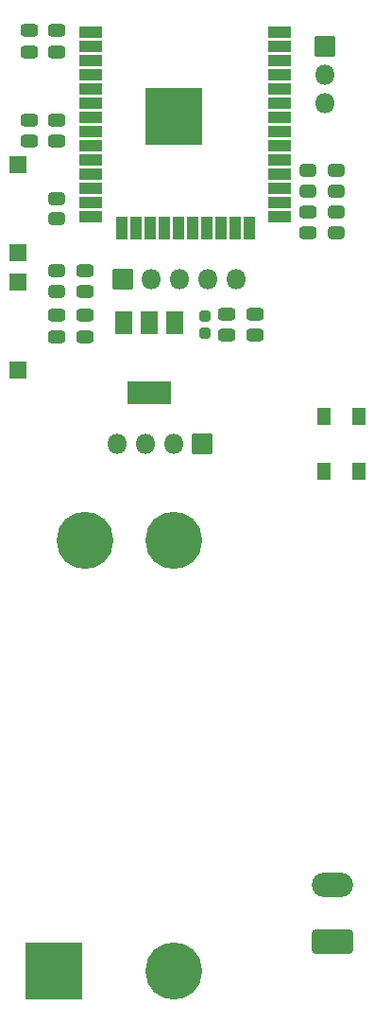
<source format=gbr>
G04 #@! TF.GenerationSoftware,KiCad,Pcbnew,(6.0.2)*
G04 #@! TF.CreationDate,2022-03-16T21:20:06+00:00*
G04 #@! TF.ProjectId,MrReflow,4d725265-666c-46f7-972e-6b696361645f,rev?*
G04 #@! TF.SameCoordinates,Original*
G04 #@! TF.FileFunction,Soldermask,Top*
G04 #@! TF.FilePolarity,Negative*
%FSLAX46Y46*%
G04 Gerber Fmt 4.6, Leading zero omitted, Abs format (unit mm)*
G04 Created by KiCad (PCBNEW (6.0.2)) date 2022-03-16 21:20:06*
%MOMM*%
%LPD*%
G01*
G04 APERTURE LIST*
G04 Aperture macros list*
%AMRoundRect*
0 Rectangle with rounded corners*
0 $1 Rounding radius*
0 $2 $3 $4 $5 $6 $7 $8 $9 X,Y pos of 4 corners*
0 Add a 4 corners polygon primitive as box body*
4,1,4,$2,$3,$4,$5,$6,$7,$8,$9,$2,$3,0*
0 Add four circle primitives for the rounded corners*
1,1,$1+$1,$2,$3*
1,1,$1+$1,$4,$5*
1,1,$1+$1,$6,$7*
1,1,$1+$1,$8,$9*
0 Add four rect primitives between the rounded corners*
20,1,$1+$1,$2,$3,$4,$5,0*
20,1,$1+$1,$4,$5,$6,$7,0*
20,1,$1+$1,$6,$7,$8,$9,0*
20,1,$1+$1,$8,$9,$2,$3,0*%
G04 Aperture macros list end*
%ADD10O,3.702000X2.182000*%
%ADD11RoundRect,0.300999X1.550001X-0.790001X1.550001X0.790001X-1.550001X0.790001X-1.550001X-0.790001X0*%
%ADD12RoundRect,0.051000X0.500000X-0.750000X0.500000X0.750000X-0.500000X0.750000X-0.500000X-0.750000X0*%
%ADD13RoundRect,0.301000X0.475000X-0.250000X0.475000X0.250000X-0.475000X0.250000X-0.475000X-0.250000X0*%
%ADD14RoundRect,0.301000X0.450000X-0.262500X0.450000X0.262500X-0.450000X0.262500X-0.450000X-0.262500X0*%
%ADD15RoundRect,0.301000X-0.475000X0.250000X-0.475000X-0.250000X0.475000X-0.250000X0.475000X0.250000X0*%
%ADD16O,1.802000X1.802000*%
%ADD17RoundRect,0.051000X0.850000X-0.850000X0.850000X0.850000X-0.850000X0.850000X-0.850000X-0.850000X0*%
%ADD18C,5.102000*%
%ADD19RoundRect,0.051000X2.500000X-2.500000X2.500000X2.500000X-2.500000X2.500000X-2.500000X-2.500000X0*%
%ADD20RoundRect,0.051000X-0.850000X-0.850000X0.850000X-0.850000X0.850000X0.850000X-0.850000X0.850000X0*%
%ADD21RoundRect,0.301000X-0.450000X0.262500X-0.450000X-0.262500X0.450000X-0.262500X0.450000X0.262500X0*%
%ADD22RoundRect,0.051000X-0.750000X0.750000X-0.750000X-0.750000X0.750000X-0.750000X0.750000X0.750000X0*%
%ADD23RoundRect,0.276000X0.250000X-0.225000X0.250000X0.225000X-0.250000X0.225000X-0.250000X-0.225000X0*%
%ADD24RoundRect,0.051000X-2.500000X-2.500000X2.500000X-2.500000X2.500000X2.500000X-2.500000X2.500000X0*%
%ADD25RoundRect,0.051000X-1.000000X-0.450000X1.000000X-0.450000X1.000000X0.450000X-1.000000X0.450000X0*%
%ADD26RoundRect,0.051000X0.450000X-1.000000X0.450000X1.000000X-0.450000X1.000000X-0.450000X-1.000000X0*%
%ADD27RoundRect,0.051000X-0.750000X1.000000X-0.750000X-1.000000X0.750000X-1.000000X0.750000X1.000000X0*%
%ADD28RoundRect,0.051000X-1.900000X1.000000X-1.900000X-1.000000X1.900000X-1.000000X1.900000X1.000000X0*%
G04 APERTURE END LIST*
D10*
X105102500Y-99830000D03*
D11*
X105102500Y-104910000D03*
D12*
X104280000Y-57920000D03*
X107480000Y-57920000D03*
X107480000Y-62820000D03*
X104280000Y-62820000D03*
D13*
X82880000Y-48870000D03*
X82880000Y-50770000D03*
D14*
X105380000Y-35907500D03*
X105380000Y-37732500D03*
D15*
X77880000Y-33270000D03*
X77880000Y-31370000D03*
D16*
X85810000Y-60370000D03*
X88350000Y-60370000D03*
X90890000Y-60370000D03*
D17*
X93430000Y-60370000D03*
D13*
X82880000Y-44870000D03*
X82880000Y-46770000D03*
X95630000Y-48720000D03*
X95630000Y-50620000D03*
D18*
X82880000Y-69027500D03*
X90880000Y-69027500D03*
X90880000Y-107527500D03*
D19*
X80130000Y-107527500D03*
D16*
X104380000Y-29875000D03*
X104380000Y-27335000D03*
D20*
X104380000Y-24795000D03*
D15*
X77880000Y-25270000D03*
X77880000Y-23370000D03*
D21*
X80380000Y-46732500D03*
X80380000Y-44907500D03*
D13*
X98130000Y-48720000D03*
X98130000Y-50620000D03*
X102880000Y-39620000D03*
X102880000Y-41520000D03*
D14*
X105380000Y-39657500D03*
X105380000Y-41482500D03*
D22*
X76880000Y-43220000D03*
X76880000Y-35420000D03*
D23*
X93630000Y-48895000D03*
X93630000Y-50445000D03*
D22*
X76880000Y-53720000D03*
X76880000Y-45920000D03*
D15*
X80380000Y-33270000D03*
X80380000Y-31370000D03*
X80380000Y-50770000D03*
X80380000Y-48870000D03*
D14*
X80380000Y-38407500D03*
X80380000Y-40232500D03*
X102880000Y-35907500D03*
X102880000Y-37732500D03*
D24*
X90880000Y-31065000D03*
D25*
X100380000Y-23565000D03*
X100380000Y-24835000D03*
X100380000Y-26105000D03*
X100380000Y-27375000D03*
X100380000Y-28645000D03*
X100380000Y-29915000D03*
X100380000Y-31185000D03*
X100380000Y-32455000D03*
X100380000Y-33725000D03*
X100380000Y-34995000D03*
X100380000Y-36265000D03*
X100380000Y-37535000D03*
X100380000Y-38805000D03*
X100380000Y-40075000D03*
D26*
X97595000Y-41075000D03*
X96325000Y-41075000D03*
X95055000Y-41075000D03*
X93785000Y-41075000D03*
X92515000Y-41075000D03*
X91245000Y-41075000D03*
X89975000Y-41075000D03*
X88705000Y-41075000D03*
X87435000Y-41075000D03*
X86165000Y-41075000D03*
D25*
X83380000Y-40075000D03*
X83380000Y-38805000D03*
X83380000Y-37535000D03*
X83380000Y-36265000D03*
X83380000Y-34995000D03*
X83380000Y-33725000D03*
X83380000Y-32455000D03*
X83380000Y-31185000D03*
X83380000Y-29915000D03*
X83380000Y-28645000D03*
X83380000Y-27375000D03*
X83380000Y-26105000D03*
X83380000Y-24835000D03*
X83380000Y-23565000D03*
D27*
X86330000Y-49520000D03*
D28*
X88630000Y-55820000D03*
D27*
X88630000Y-49520000D03*
X90930000Y-49520000D03*
D13*
X80380000Y-23370000D03*
X80380000Y-25270000D03*
D16*
X96465000Y-45620000D03*
X93925000Y-45620000D03*
X91385000Y-45620000D03*
X88845000Y-45620000D03*
D17*
X86305000Y-45620000D03*
G36*
X106644402Y-105999999D02*
G01*
X106644402Y-106001999D01*
X106642999Y-106002972D01*
X106642993Y-106002973D01*
X106642664Y-106003000D01*
X103562336Y-106003000D01*
X103560604Y-106002000D01*
X103560604Y-106000000D01*
X103562336Y-105999000D01*
X106642670Y-105998999D01*
X106644402Y-105999999D01*
G37*
G36*
X106644396Y-103818000D02*
G01*
X106644396Y-103820000D01*
X106642664Y-103821000D01*
X103562330Y-103821001D01*
X103560598Y-103820001D01*
X103560598Y-103818001D01*
X103562001Y-103817028D01*
X103562007Y-103817027D01*
X103562336Y-103817000D01*
X106642664Y-103817000D01*
X106644396Y-103818000D01*
G37*
M02*

</source>
